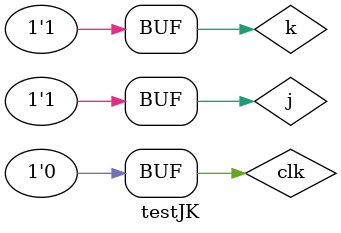
<source format=v>
`timescale 1ns / 1ps


module testJK;

	// Inputs
	reg j;
	reg k;
	reg clk;

	// Outputs
	wire q;

	// Instantiate the Unit Under Test (UUT)
	jk_ff uut (
		.j(j), 
		.k(k), 
		.clk(clk), 
		.q(q)
	);

	initial begin
		j = 1;k = 1;clk = 0;
		#100;clk=1;j=1;k=1;#100;clk=0;
		#100;clk=1;j=1;k=1;#100;clk=0;
		#100;clk=1;j=1;k=1;#100;clk=0;
	end
      
endmodule


</source>
